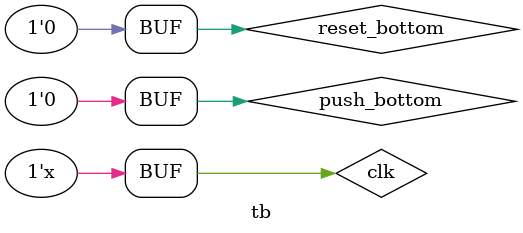
<source format=v>
`timescale 1ns / 1ps

module tb;


reg clk, push_bottom, reset_bottom;

wire [3:0] min, sec1, sec2, secdiv10;
wire [7:0]out;
wire [3:0]an;
wire [1:0] state;
// Stopwatch ohReally(.clk(clk), .push_bottom(push_bottom), .reset_bottom(reset_bottom), .out(out), .an(an),
//                 .min(min), .sec1(sec1), .sec2(sec2), .secdiv10(secdiv10));
wire clk_10;
// clksecdiv_10 testdiv_10(.clk(clk), .clk_10(clk_10));
wire clk_23;
// Clock_Divider_216 noname(.clk(clk), .clk1_2_16(clk_10));
 Clock_Divider_23 geneclkdiv(.clk(clk), .clk1_2_16(clk_23));

counterup testcounter(  .clk(clk), .r_signal(!reset_bottom), .sp_signal(push_bottom)
                    ,   .min(min), .sec1(sec1), .sec2(sec2), .secdiv10(secdiv10)
                    ,   .state(state));

initial begin
    clk = 1'b0;
    push_bottom = 1'b0;
    reset_bottom = 1'b1;
    #40
    push_bottom = 1'b1;
    reset_bottom = 1'b0;
    #40
    push_bottom = 1'b0;
end

always  begin
    #2 clk = !clk;
end




endmodule


</source>
